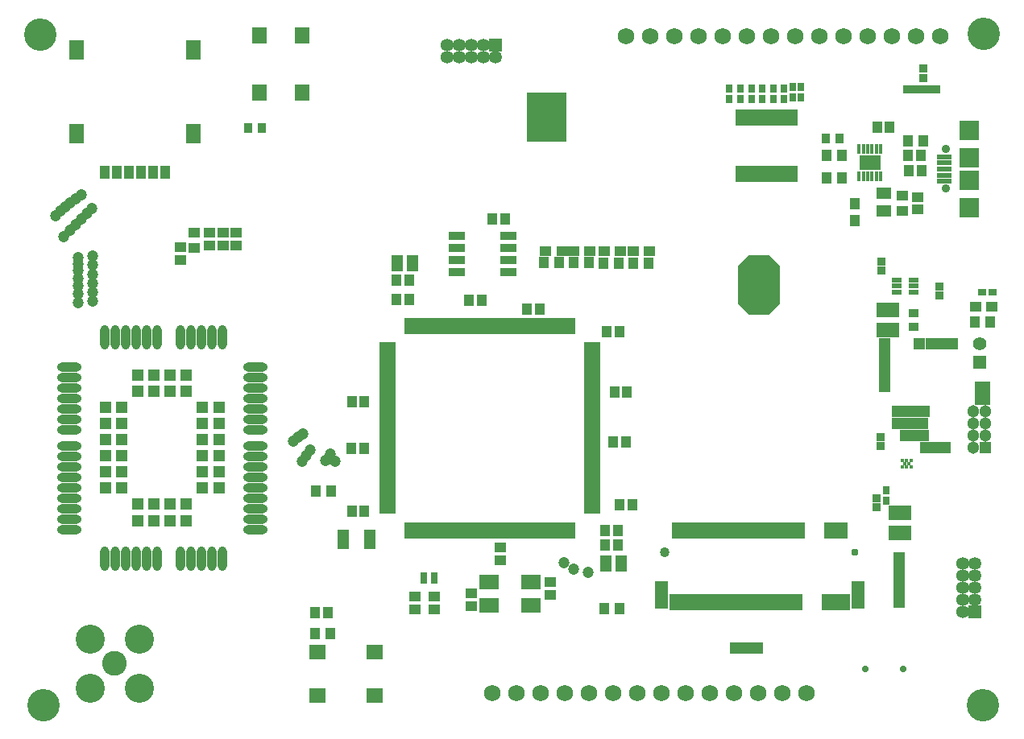
<source format=gts>
G04*
G04 #@! TF.GenerationSoftware,Altium Limited,Altium Designer,22.5.1 (42)*
G04*
G04 Layer_Color=8388736*
%FSLAX43Y43*%
%MOMM*%
G71*
G04*
G04 #@! TF.SameCoordinates,B4329D7B-D132-43AD-BD09-584EF951B7D5*
G04*
G04*
G04 #@! TF.FilePolarity,Negative*
G04*
G01*
G75*
%ADD57R,1.003X1.153*%
%ADD58R,1.731X0.853*%
%ADD59R,1.203X1.003*%
%ADD60R,0.503X1.753*%
%ADD61R,1.403X2.953*%
%ADD62R,1.678X0.503*%
%ADD63R,0.503X1.678*%
%ADD64R,1.203X1.203*%
%ADD65R,1.203X1.203*%
%ADD66O,2.603X0.953*%
%ADD67O,0.953X2.603*%
%ADD68C,1.203*%
%ADD69R,2.403X1.553*%
%ADD70R,1.003X0.553*%
%ADD71R,0.923X0.893*%
%ADD72R,1.103X0.853*%
%ADD73R,0.803X0.953*%
%ADD74R,1.703X1.503*%
%ADD75R,1.003X1.143*%
%ADD76C,0.453*%
%ADD77R,1.013X1.143*%
%ADD78R,1.603X1.203*%
%ADD79R,1.153X1.003*%
%ADD80R,1.553X0.603*%
%ADD81R,2.103X2.103*%
%ADD82R,1.143X1.003*%
%ADD83R,1.183X1.063*%
%ADD84R,0.653X1.678*%
%ADD85R,1.503X2.003*%
%ADD86R,1.103X1.403*%
%ADD87R,1.503X1.703*%
%ADD88R,0.853X1.103*%
%ADD89R,1.143X1.013*%
%ADD90R,1.003X1.203*%
%ADD91R,2.323X1.513*%
%ADD92R,0.453X1.103*%
%ADD93R,1.223X1.673*%
%ADD94R,1.223X2.023*%
%ADD95R,2.103X1.603*%
%ADD96R,0.953X0.803*%
%ADD97R,0.703X1.203*%
G04:AMPARAMS|DCode=98|XSize=6.203mm|YSize=4.443mm|CornerRadius=0mm|HoleSize=0mm|Usage=FLASHONLY|Rotation=90.000|XOffset=0mm|YOffset=0mm|HoleType=Round|Shape=Octagon|*
%AMOCTAGOND98*
4,1,8,1.111,3.102,-1.111,3.102,-2.222,1.991,-2.222,-1.991,-1.111,-3.102,1.111,-3.102,2.222,-1.991,2.222,1.991,1.111,3.102,0.0*
%
%ADD98OCTAGOND98*%

%ADD99C,1.753*%
%ADD100C,0.778*%
%ADD101C,1.028*%
%ADD102R,0.903X0.903*%
%ADD103C,3.053*%
%ADD104C,2.603*%
%ADD105R,1.353X1.353*%
%ADD106C,1.353*%
%ADD107C,0.728*%
%ADD108C,0.903*%
%ADD109C,3.403*%
%ADD110R,1.353X1.353*%
%ADD111R,1.403X1.403*%
%ADD112C,1.403*%
%ADD113C,1.303*%
%ADD114R,1.303X1.303*%
D57*
X30825Y24300D02*
D03*
X32425D02*
D03*
X65801Y48318D02*
D03*
X64201D02*
D03*
X94686Y61187D02*
D03*
X93086D02*
D03*
X30775Y9375D02*
D03*
X32375D02*
D03*
X62800Y12000D02*
D03*
X61200D02*
D03*
X86100Y57300D02*
D03*
X84500D02*
D03*
Y59600D02*
D03*
X86100D02*
D03*
X100100Y42100D02*
D03*
X101700D02*
D03*
X62694Y48326D02*
D03*
X61094D02*
D03*
X54834Y48394D02*
D03*
X56435D02*
D03*
X57948Y48359D02*
D03*
X59548D02*
D03*
D58*
X45639Y51155D02*
D03*
Y49885D02*
D03*
Y48615D02*
D03*
Y47345D02*
D03*
X51061D02*
D03*
Y48615D02*
D03*
Y49885D02*
D03*
Y51155D02*
D03*
D59*
X64212Y49585D02*
D03*
X65912D02*
D03*
X62843D02*
D03*
X61143D02*
D03*
X57936D02*
D03*
X59636D02*
D03*
X100150Y43700D02*
D03*
X101850D02*
D03*
X56716Y49585D02*
D03*
X55016D02*
D03*
D60*
X86750Y12650D02*
D03*
X86500Y20200D02*
D03*
X86250Y12650D02*
D03*
X86000Y20200D02*
D03*
X85750Y12650D02*
D03*
X85500Y20200D02*
D03*
X85250Y12650D02*
D03*
X85000Y20200D02*
D03*
X84750Y12650D02*
D03*
X84500Y20200D02*
D03*
X84250Y12650D02*
D03*
X82000Y20200D02*
D03*
X81750Y12650D02*
D03*
X81500Y20200D02*
D03*
X81250Y12650D02*
D03*
X81000Y20200D02*
D03*
X80750Y12650D02*
D03*
X80500Y20200D02*
D03*
X80250Y12650D02*
D03*
X80000Y20200D02*
D03*
X79750Y12650D02*
D03*
X79500Y20200D02*
D03*
X79250Y12650D02*
D03*
X79000Y20200D02*
D03*
X78750Y12650D02*
D03*
X78500Y20200D02*
D03*
X78250Y12650D02*
D03*
X78000Y20200D02*
D03*
X77750Y12650D02*
D03*
X77500Y20200D02*
D03*
X77250Y12650D02*
D03*
X77000Y20200D02*
D03*
X76750Y12650D02*
D03*
X76500Y20200D02*
D03*
X76250Y12650D02*
D03*
X76000Y20200D02*
D03*
X75750Y12650D02*
D03*
X75500Y20200D02*
D03*
X75250Y12650D02*
D03*
X75000Y20200D02*
D03*
X74750Y12650D02*
D03*
X74500Y20200D02*
D03*
X74250Y12650D02*
D03*
X74000Y20200D02*
D03*
X73750Y12650D02*
D03*
X73500Y20200D02*
D03*
X73250Y12650D02*
D03*
X73000Y20200D02*
D03*
X72750Y12650D02*
D03*
X72500Y20200D02*
D03*
X72250Y12650D02*
D03*
X72000Y20200D02*
D03*
X71750Y12650D02*
D03*
X71500Y20200D02*
D03*
X71250Y12650D02*
D03*
X71000Y20200D02*
D03*
X70750Y12650D02*
D03*
X70500Y20200D02*
D03*
X70250Y12650D02*
D03*
X70000Y20200D02*
D03*
X69750Y12650D02*
D03*
X69500Y20200D02*
D03*
X69250Y12650D02*
D03*
X69000Y20200D02*
D03*
X68750Y12650D02*
D03*
X68500Y20200D02*
D03*
X68250Y12650D02*
D03*
D61*
X87850Y13425D02*
D03*
X67150D02*
D03*
D62*
X38412Y22200D02*
D03*
Y22700D02*
D03*
Y23200D02*
D03*
Y23700D02*
D03*
Y24200D02*
D03*
Y24700D02*
D03*
Y25200D02*
D03*
Y25700D02*
D03*
Y26200D02*
D03*
Y26700D02*
D03*
Y27200D02*
D03*
Y27700D02*
D03*
Y28200D02*
D03*
Y28700D02*
D03*
Y29200D02*
D03*
Y29700D02*
D03*
Y30200D02*
D03*
Y30700D02*
D03*
Y31200D02*
D03*
Y31700D02*
D03*
Y32200D02*
D03*
Y32700D02*
D03*
Y33200D02*
D03*
Y33700D02*
D03*
Y34200D02*
D03*
Y34700D02*
D03*
Y35200D02*
D03*
Y35700D02*
D03*
Y36200D02*
D03*
Y36700D02*
D03*
Y37200D02*
D03*
Y37700D02*
D03*
Y38200D02*
D03*
Y38700D02*
D03*
Y39200D02*
D03*
Y39700D02*
D03*
X59888D02*
D03*
Y39200D02*
D03*
Y38700D02*
D03*
Y38200D02*
D03*
Y37700D02*
D03*
Y37200D02*
D03*
Y36700D02*
D03*
Y36200D02*
D03*
Y35700D02*
D03*
Y35200D02*
D03*
Y34700D02*
D03*
Y34200D02*
D03*
Y33700D02*
D03*
Y33200D02*
D03*
Y32700D02*
D03*
Y32200D02*
D03*
Y31700D02*
D03*
Y31200D02*
D03*
Y30700D02*
D03*
Y30200D02*
D03*
Y29700D02*
D03*
Y29200D02*
D03*
Y28700D02*
D03*
Y28200D02*
D03*
Y27700D02*
D03*
Y27200D02*
D03*
Y26700D02*
D03*
Y26200D02*
D03*
Y25700D02*
D03*
Y25200D02*
D03*
Y24700D02*
D03*
Y24200D02*
D03*
Y23700D02*
D03*
Y23200D02*
D03*
Y22700D02*
D03*
Y22200D02*
D03*
D63*
X40400Y41688D02*
D03*
X40900D02*
D03*
X41400D02*
D03*
X41900D02*
D03*
X42400D02*
D03*
X42900D02*
D03*
X43400D02*
D03*
X43900D02*
D03*
X44400D02*
D03*
X44900D02*
D03*
X45400D02*
D03*
X45900D02*
D03*
X46400D02*
D03*
X46900D02*
D03*
X47400D02*
D03*
X47900D02*
D03*
X48400D02*
D03*
X48900D02*
D03*
X49400D02*
D03*
X49900D02*
D03*
X50400D02*
D03*
X50900D02*
D03*
X51400D02*
D03*
X51900D02*
D03*
X52400D02*
D03*
X52900D02*
D03*
X53400D02*
D03*
X53900D02*
D03*
X54400D02*
D03*
X54900D02*
D03*
X55400D02*
D03*
X55900D02*
D03*
X56400D02*
D03*
X56900D02*
D03*
X57400D02*
D03*
X57900D02*
D03*
Y20212D02*
D03*
X57400D02*
D03*
X56900D02*
D03*
X56400D02*
D03*
X55900D02*
D03*
X55400D02*
D03*
X54900D02*
D03*
X54400D02*
D03*
X53900D02*
D03*
X53400D02*
D03*
X52900D02*
D03*
X52400D02*
D03*
X51900D02*
D03*
X51400D02*
D03*
X50900D02*
D03*
X50400D02*
D03*
X49900D02*
D03*
X49400D02*
D03*
X48900D02*
D03*
X48400D02*
D03*
X47900D02*
D03*
X47400D02*
D03*
X46900D02*
D03*
X46400D02*
D03*
X45900D02*
D03*
X45400D02*
D03*
X44900D02*
D03*
X44400D02*
D03*
X43900D02*
D03*
X43400D02*
D03*
X42900D02*
D03*
X42400D02*
D03*
X41900D02*
D03*
X41400D02*
D03*
X40900D02*
D03*
X40400D02*
D03*
D64*
X53615Y61629D02*
D03*
X54615D02*
D03*
X55615D02*
D03*
X56615D02*
D03*
Y62629D02*
D03*
X55615D02*
D03*
X54615D02*
D03*
X53615D02*
D03*
Y63629D02*
D03*
X54615D02*
D03*
X55615D02*
D03*
X56615D02*
D03*
Y64629D02*
D03*
X55615D02*
D03*
X54615D02*
D03*
X53615D02*
D03*
X56615Y65629D02*
D03*
X55615D02*
D03*
X54615D02*
D03*
X53615D02*
D03*
X20651Y24633D02*
D03*
Y26333D02*
D03*
Y28033D02*
D03*
Y29733D02*
D03*
Y31433D02*
D03*
Y33133D02*
D03*
X17251Y36533D02*
D03*
X15551D02*
D03*
X13851D02*
D03*
X12151D02*
D03*
X8751Y33133D02*
D03*
Y31433D02*
D03*
Y29733D02*
D03*
Y28033D02*
D03*
Y26333D02*
D03*
Y24633D02*
D03*
X12151Y21233D02*
D03*
X13851D02*
D03*
X15551D02*
D03*
X17251D02*
D03*
X18951Y24633D02*
D03*
Y26333D02*
D03*
Y28033D02*
D03*
Y29733D02*
D03*
Y31433D02*
D03*
Y33133D02*
D03*
X17251Y34833D02*
D03*
X15551D02*
D03*
X13851D02*
D03*
X12151D02*
D03*
X10451Y33133D02*
D03*
Y31433D02*
D03*
Y29733D02*
D03*
Y28033D02*
D03*
Y26333D02*
D03*
Y24633D02*
D03*
X12151Y22933D02*
D03*
X13851D02*
D03*
X15551D02*
D03*
X17251D02*
D03*
X90624Y39825D02*
D03*
Y38773D02*
D03*
Y37655D02*
D03*
Y36538D02*
D03*
Y35344D02*
D03*
X92160Y12630D02*
D03*
Y13800D02*
D03*
Y14980D02*
D03*
Y17320D02*
D03*
Y16140D02*
D03*
X97700Y39800D02*
D03*
X94970Y28900D02*
D03*
X95950D02*
D03*
X96940D02*
D03*
X94670Y30140D02*
D03*
X93680D02*
D03*
X92856Y30138D02*
D03*
X92000Y31400D02*
D03*
X93000D02*
D03*
X93800D02*
D03*
X94600D02*
D03*
X92000Y32700D02*
D03*
X93000D02*
D03*
X93900D02*
D03*
X94800D02*
D03*
X94300Y39800D02*
D03*
X95500D02*
D03*
X96600D02*
D03*
D65*
X77280Y7790D02*
D03*
X76100D02*
D03*
X74930D02*
D03*
D66*
X24501Y20283D02*
D03*
Y21383D02*
D03*
Y22483D02*
D03*
Y23583D02*
D03*
Y24683D02*
D03*
Y25783D02*
D03*
Y26883D02*
D03*
Y27983D02*
D03*
Y29083D02*
D03*
Y30783D02*
D03*
Y31883D02*
D03*
Y32983D02*
D03*
Y34083D02*
D03*
Y35183D02*
D03*
Y36283D02*
D03*
Y37383D02*
D03*
X4901D02*
D03*
Y36283D02*
D03*
Y35183D02*
D03*
Y34083D02*
D03*
Y32983D02*
D03*
Y31883D02*
D03*
Y30783D02*
D03*
Y29083D02*
D03*
Y27983D02*
D03*
Y26883D02*
D03*
Y25783D02*
D03*
Y24683D02*
D03*
Y23583D02*
D03*
Y22483D02*
D03*
Y21383D02*
D03*
Y20283D02*
D03*
D67*
X21051Y40533D02*
D03*
X19951D02*
D03*
X18851D02*
D03*
X17751D02*
D03*
X16651D02*
D03*
X14151D02*
D03*
X13051D02*
D03*
X11951D02*
D03*
X10851D02*
D03*
X9751D02*
D03*
X8651D02*
D03*
Y17233D02*
D03*
X9751D02*
D03*
X10851D02*
D03*
X11951D02*
D03*
X13051D02*
D03*
X14151D02*
D03*
X16651D02*
D03*
X17751D02*
D03*
X18851D02*
D03*
X19951D02*
D03*
X21051D02*
D03*
D68*
X32915Y27451D02*
D03*
X31845Y27501D02*
D03*
X32355Y27681D02*
D03*
X29410Y27470D02*
D03*
X29800Y28060D02*
D03*
X29460Y30362D02*
D03*
X29007Y29985D02*
D03*
X3473Y53306D02*
D03*
X3983Y53766D02*
D03*
X4513Y54186D02*
D03*
X5033Y54606D02*
D03*
X5598Y55031D02*
D03*
X5887Y44134D02*
D03*
X7407Y44334D02*
D03*
Y45274D02*
D03*
Y46194D02*
D03*
Y47124D02*
D03*
Y48094D02*
D03*
Y49024D02*
D03*
X5887Y45034D02*
D03*
Y45874D02*
D03*
Y46664D02*
D03*
Y47494D02*
D03*
Y48204D02*
D03*
Y48914D02*
D03*
X4390Y51120D02*
D03*
X5060Y51760D02*
D03*
X5650Y52360D02*
D03*
X6250Y52960D02*
D03*
X6790Y53530D02*
D03*
X7310Y54030D02*
D03*
X6220Y55500D02*
D03*
X30220Y28640D02*
D03*
X28457Y29545D02*
D03*
X32370Y28250D02*
D03*
X59480Y15760D02*
D03*
X57970Y16110D02*
D03*
X56930Y16830D02*
D03*
D69*
X92200Y22000D02*
D03*
Y19900D02*
D03*
X91000Y43350D02*
D03*
Y41250D02*
D03*
D70*
X93700Y46550D02*
D03*
Y45900D02*
D03*
Y45250D02*
D03*
X91870D02*
D03*
Y45900D02*
D03*
Y46550D02*
D03*
D71*
X96400Y44940D02*
D03*
Y45860D02*
D03*
X90200Y29040D02*
D03*
Y29960D02*
D03*
X90300Y47540D02*
D03*
Y48460D02*
D03*
X89800Y22640D02*
D03*
Y23560D02*
D03*
D72*
X93700Y43025D02*
D03*
Y41575D02*
D03*
D73*
X81800Y65750D02*
D03*
Y66850D02*
D03*
X81000Y65750D02*
D03*
Y66850D02*
D03*
X90800Y23350D02*
D03*
Y24450D02*
D03*
X80050Y66650D02*
D03*
Y65550D02*
D03*
X75450D02*
D03*
Y66650D02*
D03*
X74300Y66625D02*
D03*
Y65525D02*
D03*
X76650Y66650D02*
D03*
Y65550D02*
D03*
X77775D02*
D03*
Y66650D02*
D03*
X78925Y65550D02*
D03*
Y66650D02*
D03*
D74*
X31000Y7350D02*
D03*
X37000D02*
D03*
X31000Y2850D02*
D03*
X37000D02*
D03*
D75*
X30780Y11500D02*
D03*
X32120D02*
D03*
X53055Y43475D02*
D03*
X54395D02*
D03*
X39297Y46500D02*
D03*
X40637D02*
D03*
X49375Y52908D02*
D03*
X50715D02*
D03*
X61280Y18650D02*
D03*
X62620D02*
D03*
X62600Y20150D02*
D03*
X61260D02*
D03*
X63570Y34700D02*
D03*
X62230D02*
D03*
X46930Y44400D02*
D03*
X48270D02*
D03*
X61430Y41100D02*
D03*
X62770D02*
D03*
X62130Y29500D02*
D03*
X63470D02*
D03*
X62776Y22879D02*
D03*
X64116D02*
D03*
X40637Y44472D02*
D03*
X39297D02*
D03*
X34630Y33700D02*
D03*
X35970D02*
D03*
X34604Y28771D02*
D03*
X35944D02*
D03*
X34630Y22200D02*
D03*
X35970D02*
D03*
D76*
X93450Y27512D02*
D03*
Y26888D02*
D03*
X93200Y27200D02*
D03*
X92950Y27512D02*
D03*
Y26888D02*
D03*
X92700Y27200D02*
D03*
X92450Y27512D02*
D03*
Y26888D02*
D03*
D77*
X91170Y62600D02*
D03*
X89830D02*
D03*
X93140Y57990D02*
D03*
X94480D02*
D03*
X93109Y59615D02*
D03*
X94450D02*
D03*
D78*
X90500Y55650D02*
D03*
Y53750D02*
D03*
D79*
X92500Y55400D02*
D03*
Y53800D02*
D03*
D80*
X96875Y56900D02*
D03*
Y57550D02*
D03*
Y58200D02*
D03*
Y58850D02*
D03*
Y59500D02*
D03*
D81*
X99550Y54150D02*
D03*
Y57000D02*
D03*
Y59400D02*
D03*
Y62250D02*
D03*
D82*
X22500Y50130D02*
D03*
Y51470D02*
D03*
X21100Y50130D02*
D03*
Y51470D02*
D03*
X19700D02*
D03*
Y50130D02*
D03*
X16600Y49970D02*
D03*
Y48630D02*
D03*
X43300Y11855D02*
D03*
Y13195D02*
D03*
X41300Y11855D02*
D03*
Y13195D02*
D03*
X47170Y13559D02*
D03*
Y12219D02*
D03*
X55500Y13430D02*
D03*
Y14770D02*
D03*
X50275Y18420D02*
D03*
Y17080D02*
D03*
D83*
X18100Y49935D02*
D03*
Y51465D02*
D03*
D84*
X75300Y57712D02*
D03*
X75950D02*
D03*
X76600D02*
D03*
X77250D02*
D03*
X77900D02*
D03*
X78550D02*
D03*
X79200D02*
D03*
X79850D02*
D03*
X80500D02*
D03*
X81150D02*
D03*
Y63588D02*
D03*
X80500D02*
D03*
X79850D02*
D03*
X79200D02*
D03*
X78550D02*
D03*
X77900D02*
D03*
X77250D02*
D03*
X76600D02*
D03*
X75950D02*
D03*
X75300D02*
D03*
D85*
X5715Y70758D02*
D03*
X18015D02*
D03*
X5715Y61958D02*
D03*
X18015D02*
D03*
D86*
X8685Y57858D02*
D03*
X11225D02*
D03*
X13765D02*
D03*
X9955D02*
D03*
X12495D02*
D03*
X15035D02*
D03*
D87*
X24894Y66221D02*
D03*
Y72221D02*
D03*
X29394Y66221D02*
D03*
Y72221D02*
D03*
D88*
X23719Y62552D02*
D03*
X25169D02*
D03*
X84425Y61400D02*
D03*
X85875D02*
D03*
D89*
X94100Y55270D02*
D03*
Y53930D02*
D03*
D90*
X87451Y52815D02*
D03*
Y54515D02*
D03*
D91*
X89070Y58892D02*
D03*
D92*
X90195Y60342D02*
D03*
X89745D02*
D03*
X89295D02*
D03*
X88845D02*
D03*
X88395D02*
D03*
X87945D02*
D03*
Y57442D02*
D03*
X88395D02*
D03*
X88845D02*
D03*
X89295D02*
D03*
X89745D02*
D03*
X90195D02*
D03*
D93*
X39407Y48249D02*
D03*
X41007D02*
D03*
X62900Y16725D02*
D03*
X61300D02*
D03*
D94*
X33718Y19207D02*
D03*
X36518D02*
D03*
D95*
X49068Y12318D02*
D03*
X53468D02*
D03*
Y14718D02*
D03*
X49068D02*
D03*
D96*
X100900Y45200D02*
D03*
X102000D02*
D03*
D97*
X42200Y15150D02*
D03*
X43300D02*
D03*
D98*
X77425Y46025D02*
D03*
D99*
X82430Y3075D02*
D03*
X79890D02*
D03*
X77350D02*
D03*
X74810D02*
D03*
X72270D02*
D03*
X69730D02*
D03*
X67190D02*
D03*
X64650D02*
D03*
X62110D02*
D03*
X59570D02*
D03*
X57030D02*
D03*
X54490D02*
D03*
X51950D02*
D03*
X49410D02*
D03*
X96440Y72125D02*
D03*
X93900D02*
D03*
X91360D02*
D03*
X88820D02*
D03*
X86280D02*
D03*
X83740D02*
D03*
X81200D02*
D03*
X78660D02*
D03*
X76120D02*
D03*
X73580D02*
D03*
X71040D02*
D03*
X68500D02*
D03*
X65960D02*
D03*
X63420D02*
D03*
D100*
X87500Y17925D02*
D03*
D101*
X67500D02*
D03*
D102*
X94700Y68800D02*
D03*
Y67800D02*
D03*
X100550Y33840D02*
D03*
Y34610D02*
D03*
Y35420D02*
D03*
X101260D02*
D03*
Y34610D02*
D03*
Y33840D02*
D03*
X96034Y66561D02*
D03*
X95323D02*
D03*
X94586D02*
D03*
X93824D02*
D03*
X92986D02*
D03*
D103*
X12275Y3600D02*
D03*
Y8750D02*
D03*
X7125D02*
D03*
Y3600D02*
D03*
D104*
X9700Y6175D02*
D03*
D105*
X100100Y11620D02*
D03*
D106*
X98830D02*
D03*
X100100Y12890D02*
D03*
X98830D02*
D03*
X100100Y14160D02*
D03*
X98830D02*
D03*
X100100Y15430D02*
D03*
X98830D02*
D03*
X100100Y16700D02*
D03*
X98830D02*
D03*
X49710Y70000D02*
D03*
X48440Y71270D02*
D03*
Y70000D02*
D03*
X47170Y71270D02*
D03*
Y70000D02*
D03*
X45900Y71270D02*
D03*
Y70000D02*
D03*
X44630Y71270D02*
D03*
Y70000D02*
D03*
D107*
X88600Y5600D02*
D03*
X92600D02*
D03*
D108*
X97100Y56125D02*
D03*
Y60275D02*
D03*
D109*
X1925Y72325D02*
D03*
X2200Y1800D02*
D03*
X100950D02*
D03*
X101000Y72400D02*
D03*
D110*
X49710Y71270D02*
D03*
D111*
X100575Y37850D02*
D03*
D112*
Y39850D02*
D03*
D113*
X99930Y32670D02*
D03*
X101200D02*
D03*
X99930Y31400D02*
D03*
X101200D02*
D03*
X99930Y30130D02*
D03*
X101200D02*
D03*
X99930Y28860D02*
D03*
D114*
X101200D02*
D03*
M02*

</source>
